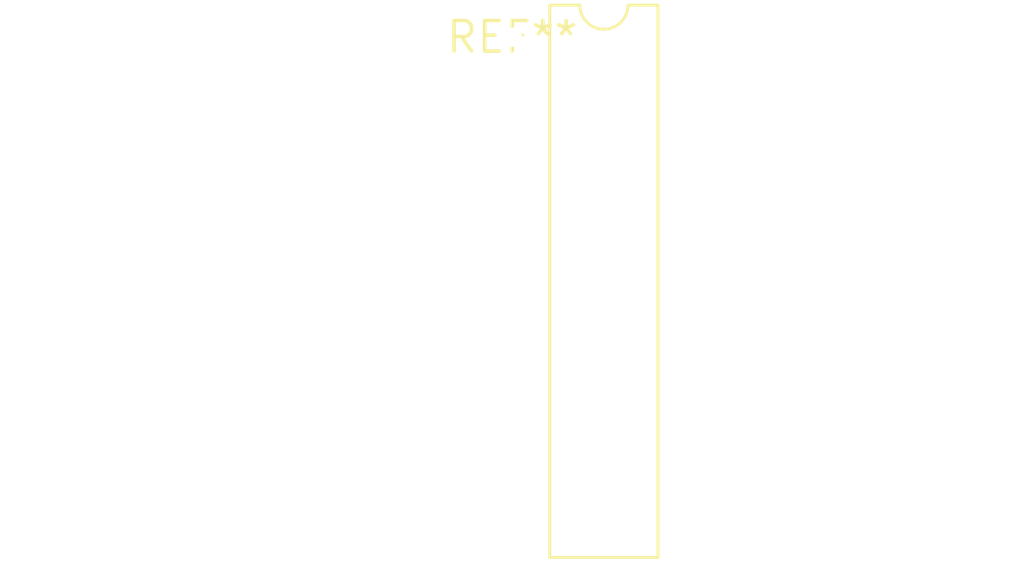
<source format=kicad_pcb>
(kicad_pcb (version 20240108) (generator pcbnew)
  (layers (0 "F.Cu" signal) (31 "B.Cu" signal) (34 "B.Paste" user) (35 "F.Paste" user) (36 "B.SilkS" user "B.Silkscreen") (37 "F.SilkS" user "F.Silkscreen") (38 "B.Mask" user) (39 "F.Mask" user) (44 "Edge.Cuts" user))
  (net 0 "")
  (footprint "CERDIP-18_W7.62mm_SideBrazed_LongPads" (layer "F.Cu") (at 0 0)
    (property "Reference" "REF**")
    (property "Value" "CERDIP-18_W7.62mm_SideBrazed_LongPads")
    (fp_line (start 1.56 -1.33) (end 1.56 21.65) (layer "F.SilkS") (stroke (width 0.12)))
    (fp_line (start 1.56 21.65) (end 6.06 21.65) (layer "F.SilkS") (stroke (width 0.12)))
    (fp_line (start 2.81 -1.33) (end 1.56 -1.33) (layer "F.SilkS") (stroke (width 0.12)))
    (fp_line (start 6.06 -1.33) (end 4.81 -1.33) (layer "F.SilkS") (stroke (width 0.12)))
    (fp_line (start 6.06 21.65) (end 6.06 -1.33) (layer "F.SilkS") (stroke (width 0.12)))
    (fp_arc (start 4.81 -1.33) (mid 3.81 -0.33) (end 2.81 -1.33) (layer "F.SilkS") (stroke (width 0.12)))
    (pad "1" thru_hole rect (at 0 0) (size 2.4 1.6) (drill 0.8) (layers *.Cu *.Mask) (remove_unused_layers))
    (pad "2" thru_hole oval (at 0 2.54) (size 2.4 1.6) (drill 0.8) (layers *.Cu *.Mask) (remove_unused_layers))
    (pad "3" thru_hole oval (at 0 5.08) (size 2.4 1.6) (drill 0.8) (layers *.Cu *.Mask) (remove_unused_layers))
    (pad "4" thru_hole oval (at 0 7.62) (size 2.4 1.6) (drill 0.8) (layers *.Cu *.Mask) (remove_unused_layers))
    (pad "5" thru_hole oval (at 0 10.16) (size 2.4 1.6) (drill 0.8) (layers *.Cu *.Mask) (remove_unused_layers))
    (pad "6" thru_hole oval (at 0 12.7) (size 2.4 1.6) (drill 0.8) (layers *.Cu *.Mask) (remove_unused_layers))
    (pad "7" thru_hole oval (at 0 15.24) (size 2.4 1.6) (drill 0.8) (layers *.Cu *.Mask) (remove_unused_layers))
    (pad "8" thru_hole oval (at 0 17.78) (size 2.4 1.6) (drill 0.8) (layers *.Cu *.Mask) (remove_unused_layers))
    (pad "9" thru_hole oval (at 0 20.32) (size 2.4 1.6) (drill 0.8) (layers *.Cu *.Mask) (remove_unused_layers))
    (pad "10" thru_hole oval (at 7.62 20.32) (size 2.4 1.6) (drill 0.8) (layers *.Cu *.Mask) (remove_unused_layers))
    (pad "11" thru_hole oval (at 7.62 17.78) (size 2.4 1.6) (drill 0.8) (layers *.Cu *.Mask) (remove_unused_layers))
    (pad "12" thru_hole oval (at 7.62 15.24) (size 2.4 1.6) (drill 0.8) (layers *.Cu *.Mask) (remove_unused_layers))
    (pad "13" thru_hole oval (at 7.62 12.7) (size 2.4 1.6) (drill 0.8) (layers *.Cu *.Mask) (remove_unused_layers))
    (pad "14" thru_hole oval (at 7.62 10.16) (size 2.4 1.6) (drill 0.8) (layers *.Cu *.Mask) (remove_unused_layers))
    (pad "15" thru_hole oval (at 7.62 7.62) (size 2.4 1.6) (drill 0.8) (layers *.Cu *.Mask) (remove_unused_layers))
    (pad "16" thru_hole oval (at 7.62 5.08) (size 2.4 1.6) (drill 0.8) (layers *.Cu *.Mask) (remove_unused_layers))
    (pad "17" thru_hole oval (at 7.62 2.54) (size 2.4 1.6) (drill 0.8) (layers *.Cu *.Mask) (remove_unused_layers))
    (pad "18" thru_hole oval (at 7.62 0) (size 2.4 1.6) (drill 0.8) (layers *.Cu *.Mask) (remove_unused_layers))
  )
)
</source>
